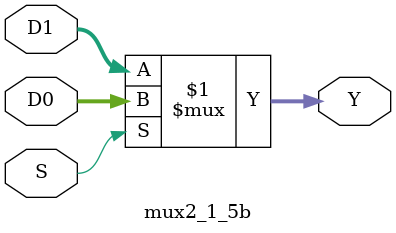
<source format=v>
module mux2_1_5b(D0,D1,S,Y);
input [4:0] D0,D1;
input S;
output [4:0] Y;

	assign Y = S? D0 : D1;
	
endmodule
</source>
